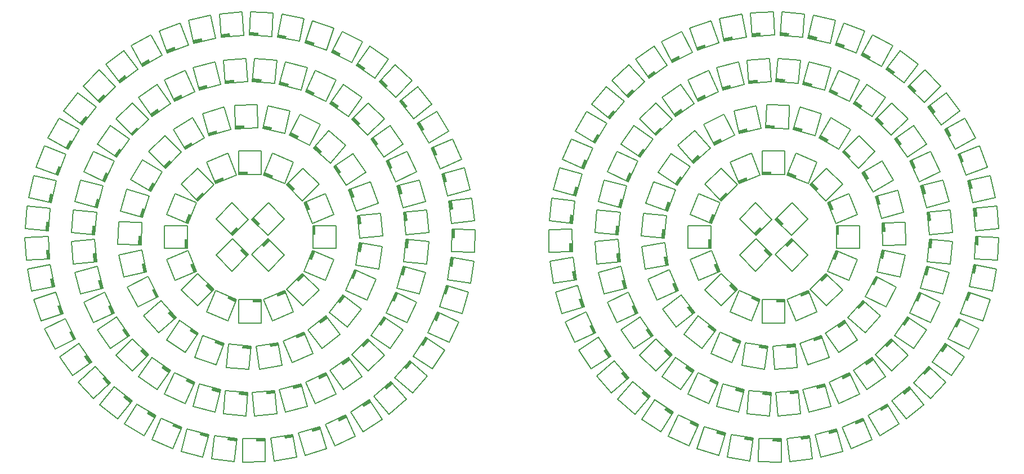
<source format=gto>
G75*
%MOIN*%
%OFA0B0*%
%FSLAX25Y25*%
%IPPOS*%
%LPD*%
%AMOC8*
5,1,8,0,0,1.08239X$1,22.5*
%
%ADD10C,0.00787*%
%ADD11R,0.05236X0.01772*%
%ADD12R,0.01772X0.05236*%
D10*
X0174726Y0137601D02*
X0188013Y0135970D01*
X0189692Y0149647D01*
X0176406Y0151278D01*
X0174726Y0137601D01*
X0169601Y0138598D02*
X0173167Y0151908D01*
X0160238Y0155372D01*
X0156671Y0142062D01*
X0169601Y0138598D01*
X0151734Y0143762D02*
X0157118Y0156446D01*
X0144797Y0161677D01*
X0139412Y0148992D01*
X0151734Y0143762D01*
X0134760Y0151363D02*
X0141857Y0163174D01*
X0130383Y0170068D01*
X0123286Y0158257D01*
X0134760Y0151363D01*
X0119009Y0161252D02*
X0127681Y0171961D01*
X0117278Y0180385D01*
X0108606Y0169676D01*
X0119009Y0161252D01*
X0104787Y0173237D02*
X0114865Y0182635D01*
X0105736Y0192424D01*
X0095658Y0183027D01*
X0104787Y0173237D01*
X0092372Y0187085D02*
X0103660Y0194988D01*
X0095982Y0205953D01*
X0084695Y0198050D01*
X0092372Y0187085D01*
X0082005Y0202525D02*
X0094283Y0208781D01*
X0088206Y0220708D01*
X0075928Y0214452D01*
X0082005Y0202525D01*
X0104682Y0218222D02*
X0117170Y0224045D01*
X0111513Y0236177D01*
X0099024Y0230354D01*
X0104682Y0218222D01*
X0107221Y0213823D02*
X0114899Y0202858D01*
X0126187Y0210762D01*
X0118509Y0221727D01*
X0107221Y0213823D01*
X0118164Y0198967D02*
X0127629Y0189502D01*
X0137373Y0199245D01*
X0127908Y0208711D01*
X0118164Y0198967D01*
X0131520Y0186237D02*
X0139424Y0197524D01*
X0150389Y0189847D01*
X0142485Y0178559D01*
X0131520Y0186237D01*
X0146884Y0176019D02*
X0159016Y0170362D01*
X0164839Y0182851D01*
X0152707Y0188508D01*
X0146884Y0176019D01*
X0163789Y0168625D02*
X0176718Y0165161D01*
X0180285Y0178471D01*
X0167355Y0181935D01*
X0163789Y0168625D01*
X0181721Y0164279D02*
X0195055Y0163112D01*
X0196256Y0176839D01*
X0182922Y0178006D01*
X0181721Y0164279D01*
X0200135Y0163112D02*
X0198934Y0176839D01*
X0212269Y0178006D01*
X0213470Y0164279D01*
X0200135Y0163112D01*
X0218472Y0165161D02*
X0231402Y0168625D01*
X0227835Y0181935D01*
X0214905Y0178471D01*
X0218472Y0165161D01*
X0222878Y0152089D02*
X0209657Y0149995D01*
X0211812Y0136385D01*
X0225033Y0138479D01*
X0222878Y0152089D01*
X0226092Y0152831D02*
X0230121Y0139654D01*
X0242922Y0143568D01*
X0238893Y0156745D01*
X0226092Y0152831D01*
X0241973Y0157927D02*
X0247797Y0145439D01*
X0259928Y0151096D01*
X0254105Y0163584D01*
X0241973Y0157927D01*
X0256990Y0165184D02*
X0264495Y0153627D01*
X0275721Y0160918D01*
X0268217Y0172474D01*
X0256990Y0165184D01*
X0248306Y0176019D02*
X0242483Y0188508D01*
X0230351Y0182851D01*
X0236175Y0170362D01*
X0248306Y0176019D01*
X0252705Y0178559D02*
X0263670Y0186237D01*
X0255767Y0197524D01*
X0244801Y0189847D01*
X0252705Y0178559D01*
X0267561Y0189502D02*
X0277026Y0198967D01*
X0267283Y0208711D01*
X0257818Y0199245D01*
X0267561Y0189502D01*
X0280954Y0183242D02*
X0289994Y0172842D01*
X0279891Y0164060D01*
X0270851Y0174460D01*
X0280954Y0183242D01*
X0283287Y0185575D02*
X0293686Y0176534D01*
X0302468Y0186637D01*
X0292068Y0195677D01*
X0283287Y0185575D01*
X0294054Y0198312D02*
X0305610Y0190807D01*
X0312901Y0202033D01*
X0301344Y0209538D01*
X0294054Y0198312D01*
X0280291Y0202858D02*
X0287969Y0213823D01*
X0276682Y0221727D01*
X0269004Y0210762D01*
X0280291Y0202858D01*
X0290509Y0218222D02*
X0296166Y0230354D01*
X0283677Y0236177D01*
X0278020Y0224045D01*
X0290509Y0218222D01*
X0302944Y0212423D02*
X0315432Y0206600D01*
X0321089Y0218732D01*
X0308601Y0224555D01*
X0302944Y0212423D01*
X0309783Y0227635D02*
X0322961Y0223606D01*
X0326874Y0236407D01*
X0313697Y0240436D01*
X0309783Y0227635D01*
X0297903Y0235127D02*
X0301368Y0248056D01*
X0288058Y0251623D01*
X0284593Y0238693D01*
X0297903Y0235127D01*
X0314439Y0243650D02*
X0328049Y0241495D01*
X0330143Y0254716D01*
X0316533Y0256872D01*
X0314439Y0243650D01*
X0302250Y0253059D02*
X0303416Y0266393D01*
X0289689Y0267594D01*
X0288522Y0254259D01*
X0302250Y0253059D01*
X0316820Y0260158D02*
X0330598Y0259918D01*
X0330831Y0273301D01*
X0317054Y0273542D01*
X0316820Y0260158D01*
X0303416Y0271473D02*
X0302250Y0284808D01*
X0288522Y0283607D01*
X0289689Y0270272D01*
X0303416Y0271473D01*
X0316881Y0276836D02*
X0330558Y0278516D01*
X0328927Y0291802D01*
X0315250Y0290122D01*
X0316881Y0276836D01*
X0301368Y0289810D02*
X0297903Y0302740D01*
X0284593Y0299173D01*
X0288058Y0286243D01*
X0301368Y0289810D01*
X0314621Y0293361D02*
X0327931Y0296927D01*
X0324466Y0309857D01*
X0311156Y0306291D01*
X0314621Y0293361D01*
X0296166Y0307513D02*
X0290509Y0319644D01*
X0278020Y0313821D01*
X0283677Y0301689D01*
X0296166Y0307513D01*
X0310082Y0309410D02*
X0322766Y0314794D01*
X0317536Y0327116D01*
X0304852Y0321732D01*
X0310082Y0309410D01*
X0287969Y0324043D02*
X0280291Y0335008D01*
X0269004Y0327104D01*
X0276682Y0316139D01*
X0287969Y0324043D01*
X0296460Y0336145D02*
X0303354Y0324671D01*
X0315165Y0331768D01*
X0308271Y0343242D01*
X0296460Y0336145D01*
X0294567Y0338848D02*
X0305276Y0347519D01*
X0296852Y0357922D01*
X0286143Y0349250D01*
X0294567Y0338848D01*
X0283894Y0351663D02*
X0293291Y0361741D01*
X0283501Y0370870D01*
X0274104Y0360792D01*
X0283894Y0351663D01*
X0277026Y0338899D02*
X0267561Y0348364D01*
X0257818Y0338621D01*
X0267283Y0329155D01*
X0277026Y0338899D01*
X0263670Y0351629D02*
X0252705Y0359307D01*
X0244801Y0348019D01*
X0255767Y0340342D01*
X0263670Y0351629D01*
X0271540Y0362868D02*
X0279443Y0374156D01*
X0268478Y0381834D01*
X0260575Y0370546D01*
X0271540Y0362868D01*
X0257747Y0372245D02*
X0264003Y0384523D01*
X0252076Y0390600D01*
X0245820Y0378322D01*
X0257747Y0372245D01*
X0248306Y0361847D02*
X0236175Y0367504D01*
X0230351Y0355015D01*
X0242483Y0349358D01*
X0248306Y0361847D01*
X0231402Y0369241D02*
X0227835Y0355931D01*
X0214905Y0359395D01*
X0218472Y0372705D01*
X0231402Y0369241D01*
X0230127Y0383969D02*
X0242783Y0379611D01*
X0247269Y0392640D01*
X0234613Y0396998D01*
X0230127Y0383969D01*
X0226940Y0384823D02*
X0229569Y0398350D01*
X0216429Y0400904D01*
X0213800Y0387377D01*
X0226940Y0384823D01*
X0213470Y0373588D02*
X0200135Y0374754D01*
X0198934Y0361027D01*
X0212269Y0359860D01*
X0213470Y0373588D01*
X0210526Y0387779D02*
X0197158Y0388480D01*
X0197879Y0402241D01*
X0211247Y0401540D01*
X0210526Y0387779D01*
X0193860Y0388422D02*
X0192659Y0402150D01*
X0179324Y0400983D01*
X0180525Y0387256D01*
X0193860Y0388422D01*
X0195055Y0374754D02*
X0181721Y0373588D01*
X0182922Y0359860D01*
X0196256Y0361027D01*
X0195055Y0374754D01*
X0176718Y0372705D02*
X0163789Y0369241D01*
X0167355Y0355931D01*
X0180285Y0359395D01*
X0176718Y0372705D01*
X0177266Y0386740D02*
X0164224Y0383729D01*
X0161124Y0397155D01*
X0174167Y0400166D01*
X0177266Y0386740D01*
X0161069Y0382764D02*
X0156130Y0395628D01*
X0143634Y0390831D01*
X0148572Y0377967D01*
X0161069Y0382764D01*
X0145582Y0376573D02*
X0138901Y0388625D01*
X0127194Y0382135D01*
X0133874Y0370083D01*
X0145582Y0376573D01*
X0146884Y0361847D02*
X0159016Y0367504D01*
X0164839Y0355015D01*
X0152707Y0349358D01*
X0146884Y0361847D01*
X0142485Y0359307D02*
X0131520Y0351629D01*
X0139424Y0340342D01*
X0150389Y0348019D01*
X0142485Y0359307D01*
X0131108Y0368286D02*
X0122815Y0379291D01*
X0112124Y0371235D01*
X0120417Y0360230D01*
X0131108Y0368286D01*
X0117927Y0358066D02*
X0108184Y0367810D01*
X0098719Y0358344D01*
X0108462Y0348601D01*
X0117927Y0358066D01*
X0127629Y0348364D02*
X0118164Y0338899D01*
X0127908Y0329155D01*
X0137373Y0338621D01*
X0127629Y0348364D01*
X0114899Y0335008D02*
X0107221Y0324043D01*
X0118509Y0316139D01*
X0126187Y0327104D01*
X0114899Y0335008D01*
X0106298Y0346111D02*
X0095293Y0354404D01*
X0087237Y0343713D01*
X0098242Y0335421D01*
X0106298Y0346111D01*
X0096445Y0332654D02*
X0084393Y0339334D01*
X0077904Y0327627D01*
X0089956Y0320946D01*
X0096445Y0332654D01*
X0088561Y0317956D02*
X0075697Y0322894D01*
X0070900Y0310398D01*
X0083764Y0305460D01*
X0088561Y0317956D01*
X0099024Y0307513D02*
X0104682Y0319644D01*
X0117170Y0313821D01*
X0111513Y0301689D01*
X0099024Y0307513D01*
X0097287Y0302740D02*
X0093823Y0289810D01*
X0107133Y0286243D01*
X0110597Y0299173D01*
X0097287Y0302740D01*
X0082800Y0302305D02*
X0069373Y0305404D01*
X0066362Y0292362D01*
X0079789Y0289262D01*
X0082800Y0302305D01*
X0079272Y0286003D02*
X0065545Y0287204D01*
X0064379Y0273870D01*
X0078106Y0272669D01*
X0079272Y0286003D01*
X0092941Y0284808D02*
X0091774Y0271473D01*
X0105501Y0270272D01*
X0106668Y0283607D01*
X0092941Y0284808D01*
X0091774Y0266393D02*
X0105501Y0267594D01*
X0106668Y0254259D01*
X0092941Y0253059D01*
X0091774Y0266393D01*
X0078048Y0269370D02*
X0078749Y0256002D01*
X0064988Y0255281D01*
X0064288Y0268649D01*
X0078048Y0269370D01*
X0079151Y0252728D02*
X0065624Y0250099D01*
X0068179Y0236959D01*
X0081705Y0239588D01*
X0079151Y0252728D01*
X0093823Y0248056D02*
X0097287Y0235127D01*
X0110597Y0238693D01*
X0107133Y0251623D01*
X0093823Y0248056D01*
X0082559Y0236401D02*
X0069530Y0231915D01*
X0073888Y0219259D01*
X0086917Y0223745D01*
X0082559Y0236401D01*
X0122797Y0245356D02*
X0136245Y0248362D01*
X0133325Y0261425D01*
X0119877Y0258419D01*
X0122797Y0245356D01*
X0124934Y0239422D02*
X0131011Y0227495D01*
X0143288Y0233751D01*
X0137211Y0245678D01*
X0124934Y0239422D01*
X0134556Y0222279D02*
X0144892Y0231391D01*
X0153744Y0221350D01*
X0143408Y0212238D01*
X0134556Y0222279D01*
X0148138Y0208067D02*
X0159210Y0200543D01*
X0166955Y0211940D01*
X0155884Y0219464D01*
X0148138Y0208067D01*
X0164829Y0197680D02*
X0177423Y0193146D01*
X0182091Y0206111D01*
X0169497Y0210645D01*
X0164829Y0197680D01*
X0183578Y0191770D02*
X0196905Y0190510D01*
X0198202Y0204229D01*
X0184875Y0205488D01*
X0183578Y0191770D01*
X0203208Y0190708D02*
X0201053Y0204318D01*
X0214274Y0206412D01*
X0216429Y0192802D01*
X0203208Y0190708D01*
X0222486Y0194562D02*
X0234771Y0199878D01*
X0229298Y0212524D01*
X0217013Y0207208D01*
X0222486Y0194562D01*
X0240199Y0203088D02*
X0250776Y0211293D01*
X0242330Y0222181D01*
X0231754Y0213976D01*
X0240199Y0203088D01*
X0255236Y0215752D02*
X0263440Y0226329D01*
X0252552Y0234775D01*
X0244348Y0224198D01*
X0255236Y0215752D01*
X0266650Y0231758D02*
X0271966Y0244042D01*
X0259320Y0249515D01*
X0254004Y0237230D01*
X0266650Y0231758D01*
X0273726Y0250099D02*
X0275820Y0263320D01*
X0262210Y0265475D01*
X0260116Y0252254D01*
X0273726Y0250099D01*
X0247172Y0255642D02*
X0234442Y0260915D01*
X0229319Y0248548D01*
X0242050Y0243275D01*
X0247172Y0255642D01*
X0248485Y0262240D02*
X0248485Y0275626D01*
X0234705Y0275626D01*
X0234705Y0262240D01*
X0248485Y0262240D01*
X0262300Y0268327D02*
X0276018Y0269623D01*
X0274758Y0282950D01*
X0261040Y0281653D01*
X0262300Y0268327D01*
X0247172Y0282224D02*
X0242050Y0294591D01*
X0229319Y0289318D01*
X0234442Y0276951D01*
X0247172Y0282224D01*
X0260418Y0284437D02*
X0273382Y0289105D01*
X0268848Y0301699D01*
X0255883Y0297032D01*
X0260418Y0284437D01*
X0254588Y0299573D02*
X0265985Y0307319D01*
X0258461Y0318390D01*
X0247064Y0310644D01*
X0254588Y0299573D01*
X0238312Y0300185D02*
X0228847Y0309650D01*
X0219103Y0299907D01*
X0228569Y0290441D01*
X0238312Y0300185D01*
X0245178Y0312784D02*
X0254290Y0323120D01*
X0244249Y0331973D01*
X0235137Y0321636D01*
X0245178Y0312784D01*
X0232777Y0323240D02*
X0239033Y0335518D01*
X0227106Y0341595D01*
X0220851Y0329317D01*
X0232777Y0323240D01*
X0223253Y0313388D02*
X0210886Y0318510D01*
X0205613Y0305780D01*
X0217980Y0300657D01*
X0223253Y0313388D01*
X0204288Y0319823D02*
X0204288Y0306043D01*
X0190902Y0306043D01*
X0190902Y0319823D01*
X0204288Y0319823D01*
X0205103Y0333203D02*
X0218167Y0330283D01*
X0221173Y0343731D01*
X0208109Y0346651D01*
X0205103Y0333203D01*
X0202263Y0333472D02*
X0201830Y0347245D01*
X0188451Y0346824D01*
X0188884Y0333051D01*
X0202263Y0333472D01*
X0186066Y0332605D02*
X0182222Y0345837D01*
X0169368Y0342103D01*
X0173212Y0328871D01*
X0186066Y0332605D01*
X0170594Y0327738D02*
X0163580Y0339598D01*
X0152058Y0332784D01*
X0159072Y0320924D01*
X0170594Y0327738D01*
X0171937Y0313388D02*
X0184304Y0318510D01*
X0189577Y0305780D01*
X0177210Y0300657D01*
X0171937Y0313388D01*
X0166343Y0309650D02*
X0156878Y0300185D01*
X0166622Y0290441D01*
X0176087Y0299907D01*
X0166343Y0309650D01*
X0156818Y0319175D02*
X0147075Y0328919D01*
X0137609Y0319454D01*
X0147353Y0309710D01*
X0156818Y0319175D01*
X0145605Y0307456D02*
X0133744Y0314470D01*
X0126930Y0302949D01*
X0138791Y0295934D01*
X0145605Y0307456D01*
X0153140Y0294591D02*
X0148018Y0282224D01*
X0160748Y0276951D01*
X0165871Y0289318D01*
X0153140Y0294591D01*
X0137658Y0293316D02*
X0133923Y0280462D01*
X0120691Y0284306D01*
X0124425Y0297161D01*
X0137658Y0293316D01*
X0133477Y0277644D02*
X0119704Y0278077D01*
X0119284Y0264698D01*
X0133056Y0264265D01*
X0133477Y0277644D01*
X0146705Y0275626D02*
X0146705Y0262240D01*
X0160485Y0262240D01*
X0160485Y0275626D01*
X0146705Y0275626D01*
X0148018Y0255642D02*
X0160748Y0260915D01*
X0165871Y0248548D01*
X0153140Y0243275D01*
X0148018Y0255642D01*
X0156878Y0237681D02*
X0166622Y0247425D01*
X0176087Y0237960D01*
X0166343Y0228216D01*
X0156878Y0237681D01*
X0171937Y0224478D02*
X0184304Y0219356D01*
X0189577Y0232086D01*
X0177210Y0237209D01*
X0171937Y0224478D01*
X0190902Y0218043D02*
X0204288Y0218043D01*
X0204288Y0231823D01*
X0190902Y0231823D01*
X0190902Y0218043D01*
X0210886Y0219356D02*
X0223253Y0224478D01*
X0217980Y0237209D01*
X0205613Y0232086D01*
X0210886Y0219356D01*
X0228847Y0228216D02*
X0238312Y0237681D01*
X0228569Y0247425D01*
X0219103Y0237960D01*
X0228847Y0228216D01*
X0208341Y0248722D02*
X0217806Y0258187D01*
X0208063Y0267931D01*
X0198597Y0258466D01*
X0208341Y0248722D01*
X0196593Y0258466D02*
X0186849Y0248722D01*
X0177384Y0258187D01*
X0187128Y0267931D01*
X0196593Y0258466D01*
X0187128Y0269935D02*
X0177384Y0279679D01*
X0186849Y0289144D01*
X0196593Y0279400D01*
X0187128Y0269935D01*
X0198597Y0279400D02*
X0208341Y0289144D01*
X0217806Y0279679D01*
X0208063Y0269935D01*
X0198597Y0279400D01*
X0374359Y0273301D02*
X0374592Y0259918D01*
X0388370Y0260158D01*
X0388136Y0273542D01*
X0374359Y0273301D01*
X0374632Y0278516D02*
X0388309Y0276836D01*
X0389940Y0290122D01*
X0376263Y0291802D01*
X0374632Y0278516D01*
X0377260Y0296927D02*
X0390570Y0293361D01*
X0394034Y0306291D01*
X0380724Y0309857D01*
X0377260Y0296927D01*
X0382424Y0314794D02*
X0395108Y0309410D01*
X0400339Y0321732D01*
X0387654Y0327116D01*
X0382424Y0314794D01*
X0390025Y0331768D02*
X0401836Y0324671D01*
X0408731Y0336145D01*
X0396919Y0343242D01*
X0390025Y0331768D01*
X0399914Y0347519D02*
X0410623Y0338848D01*
X0419047Y0349250D01*
X0408338Y0357922D01*
X0399914Y0347519D01*
X0411899Y0361741D02*
X0421297Y0351663D01*
X0431087Y0360792D01*
X0421689Y0370870D01*
X0411899Y0361741D01*
X0425747Y0374156D02*
X0433650Y0362868D01*
X0444615Y0370546D01*
X0436712Y0381834D01*
X0425747Y0374156D01*
X0441188Y0384523D02*
X0447443Y0372245D01*
X0459370Y0378322D01*
X0453114Y0390600D01*
X0441188Y0384523D01*
X0457921Y0392640D02*
X0462407Y0379611D01*
X0475064Y0383969D01*
X0470577Y0396998D01*
X0457921Y0392640D01*
X0475621Y0398350D02*
X0478250Y0384823D01*
X0491390Y0387377D01*
X0488761Y0400904D01*
X0475621Y0398350D01*
X0493943Y0401540D02*
X0494665Y0387779D01*
X0508032Y0388480D01*
X0507311Y0402241D01*
X0493943Y0401540D01*
X0512532Y0402150D02*
X0511331Y0388422D01*
X0524666Y0387256D01*
X0525866Y0400983D01*
X0512532Y0402150D01*
X0531024Y0400166D02*
X0527924Y0386740D01*
X0540967Y0383729D01*
X0544066Y0397155D01*
X0531024Y0400166D01*
X0549060Y0395628D02*
X0544122Y0382764D01*
X0556618Y0377967D01*
X0561557Y0390831D01*
X0549060Y0395628D01*
X0566289Y0388625D02*
X0559608Y0376573D01*
X0571316Y0370083D01*
X0577996Y0382135D01*
X0566289Y0388625D01*
X0582375Y0379291D02*
X0574083Y0368286D01*
X0584773Y0360230D01*
X0593066Y0371235D01*
X0582375Y0379291D01*
X0597007Y0367810D02*
X0587263Y0358066D01*
X0596728Y0348601D01*
X0606472Y0358344D01*
X0597007Y0367810D01*
X0609897Y0354404D02*
X0598893Y0346111D01*
X0606948Y0335421D01*
X0617953Y0343713D01*
X0609897Y0354404D01*
X0620797Y0339334D02*
X0608745Y0332654D01*
X0615235Y0320946D01*
X0627287Y0327627D01*
X0620797Y0339334D01*
X0629493Y0322894D02*
X0616629Y0317956D01*
X0621426Y0305460D01*
X0634290Y0310398D01*
X0629493Y0322894D01*
X0635817Y0305404D02*
X0622391Y0302305D01*
X0625402Y0289262D01*
X0638828Y0292362D01*
X0635817Y0305404D01*
X0607903Y0302740D02*
X0611368Y0289810D01*
X0598058Y0286243D01*
X0594593Y0299173D01*
X0607903Y0302740D01*
X0606166Y0307513D02*
X0600509Y0319644D01*
X0588020Y0313821D01*
X0593677Y0301689D01*
X0606166Y0307513D01*
X0597969Y0324043D02*
X0586682Y0316139D01*
X0579004Y0327104D01*
X0590291Y0335008D01*
X0597969Y0324043D01*
X0587026Y0338899D02*
X0577283Y0329155D01*
X0567818Y0338621D01*
X0577561Y0348364D01*
X0587026Y0338899D01*
X0573670Y0351629D02*
X0562705Y0359307D01*
X0554801Y0348019D01*
X0565767Y0340342D01*
X0573670Y0351629D01*
X0558306Y0361847D02*
X0546175Y0367504D01*
X0540351Y0355015D01*
X0552483Y0349358D01*
X0558306Y0361847D01*
X0541402Y0369241D02*
X0528472Y0372705D01*
X0524905Y0359395D01*
X0537835Y0355931D01*
X0541402Y0369241D01*
X0523470Y0373588D02*
X0522269Y0359860D01*
X0508934Y0361027D01*
X0510135Y0374754D01*
X0523470Y0373588D01*
X0505055Y0374754D02*
X0506256Y0361027D01*
X0492922Y0359860D01*
X0491721Y0373588D01*
X0505055Y0374754D01*
X0486718Y0372705D02*
X0473789Y0369241D01*
X0477355Y0355931D01*
X0490285Y0359395D01*
X0486718Y0372705D01*
X0469016Y0367504D02*
X0456884Y0361847D01*
X0462707Y0349358D01*
X0474839Y0355015D01*
X0469016Y0367504D01*
X0452485Y0359307D02*
X0441520Y0351629D01*
X0449424Y0340342D01*
X0460389Y0348019D01*
X0452485Y0359307D01*
X0437629Y0348364D02*
X0428164Y0338899D01*
X0437908Y0329155D01*
X0447373Y0338621D01*
X0437629Y0348364D01*
X0424899Y0335008D02*
X0417221Y0324043D01*
X0428509Y0316139D01*
X0436187Y0327104D01*
X0424899Y0335008D01*
X0414682Y0319644D02*
X0409024Y0307513D01*
X0421513Y0301689D01*
X0427170Y0313821D01*
X0414682Y0319644D01*
X0407287Y0302740D02*
X0403823Y0289810D01*
X0417133Y0286243D01*
X0420597Y0299173D01*
X0407287Y0302740D01*
X0431808Y0289105D02*
X0444773Y0284437D01*
X0449307Y0297032D01*
X0436342Y0301699D01*
X0431808Y0289105D01*
X0430432Y0282950D02*
X0429172Y0269623D01*
X0442891Y0268327D01*
X0444150Y0281653D01*
X0430432Y0282950D01*
X0416668Y0283607D02*
X0402941Y0284808D01*
X0401774Y0271473D01*
X0415501Y0270272D01*
X0416668Y0283607D01*
X0415501Y0267594D02*
X0401774Y0266393D01*
X0402941Y0253059D01*
X0416668Y0254259D01*
X0415501Y0267594D01*
X0429370Y0263320D02*
X0431464Y0250099D01*
X0445074Y0252254D01*
X0442980Y0265475D01*
X0429370Y0263320D01*
X0417133Y0251623D02*
X0403823Y0248056D01*
X0407287Y0235127D01*
X0420597Y0238693D01*
X0417133Y0251623D01*
X0433224Y0244042D02*
X0438540Y0231758D01*
X0451186Y0237230D01*
X0445870Y0249515D01*
X0433224Y0244042D01*
X0421513Y0236177D02*
X0409024Y0230354D01*
X0414682Y0218222D01*
X0427170Y0224045D01*
X0421513Y0236177D01*
X0441750Y0226329D02*
X0449955Y0215752D01*
X0460843Y0224198D01*
X0452638Y0234775D01*
X0441750Y0226329D01*
X0428509Y0221727D02*
X0417221Y0213823D01*
X0424899Y0202858D01*
X0436187Y0210762D01*
X0428509Y0221727D01*
X0437908Y0208711D02*
X0428164Y0198967D01*
X0437629Y0189502D01*
X0447373Y0199245D01*
X0437908Y0208711D01*
X0449424Y0197524D02*
X0441520Y0186237D01*
X0452485Y0178559D01*
X0460389Y0189847D01*
X0449424Y0197524D01*
X0454414Y0211293D02*
X0464991Y0203088D01*
X0473437Y0213976D01*
X0462860Y0222181D01*
X0454414Y0211293D01*
X0470420Y0199878D02*
X0482705Y0194562D01*
X0488177Y0207208D01*
X0475892Y0212524D01*
X0470420Y0199878D01*
X0462707Y0188508D02*
X0456884Y0176019D01*
X0469016Y0170362D01*
X0474839Y0182851D01*
X0462707Y0188508D01*
X0477355Y0181935D02*
X0473789Y0168625D01*
X0486718Y0165161D01*
X0490285Y0178471D01*
X0477355Y0181935D01*
X0488761Y0192802D02*
X0501982Y0190708D01*
X0504137Y0204318D01*
X0490916Y0206412D01*
X0488761Y0192802D01*
X0508286Y0190510D02*
X0506989Y0204229D01*
X0520315Y0205488D01*
X0521612Y0191770D01*
X0508286Y0190510D01*
X0524905Y0178471D02*
X0528472Y0165161D01*
X0541402Y0168625D01*
X0537835Y0181935D01*
X0524905Y0178471D01*
X0522269Y0178006D02*
X0523470Y0164279D01*
X0510135Y0163112D01*
X0508934Y0176839D01*
X0522269Y0178006D01*
X0506256Y0176839D02*
X0505055Y0163112D01*
X0491721Y0164279D01*
X0492922Y0178006D01*
X0506256Y0176839D01*
X0527767Y0193146D02*
X0540361Y0197680D01*
X0535694Y0210645D01*
X0523099Y0206111D01*
X0527767Y0193146D01*
X0540351Y0182851D02*
X0546175Y0170362D01*
X0558306Y0176019D01*
X0552483Y0188508D01*
X0540351Y0182851D01*
X0554801Y0189847D02*
X0562705Y0178559D01*
X0573670Y0186237D01*
X0565767Y0197524D01*
X0554801Y0189847D01*
X0545981Y0200543D02*
X0557052Y0208067D01*
X0549307Y0219464D01*
X0538235Y0211940D01*
X0545981Y0200543D01*
X0561783Y0212238D02*
X0570635Y0222279D01*
X0560299Y0231391D01*
X0551446Y0221350D01*
X0561783Y0212238D01*
X0567818Y0199245D02*
X0577283Y0208711D01*
X0587026Y0198967D01*
X0577561Y0189502D01*
X0567818Y0199245D01*
X0579004Y0210762D02*
X0590291Y0202858D01*
X0597969Y0213823D01*
X0586682Y0221727D01*
X0579004Y0210762D01*
X0588020Y0224045D02*
X0600509Y0218222D01*
X0606166Y0230354D01*
X0593677Y0236177D01*
X0588020Y0224045D01*
X0574180Y0227495D02*
X0580257Y0239422D01*
X0567979Y0245678D01*
X0561902Y0233751D01*
X0574180Y0227495D01*
X0594593Y0238693D02*
X0607903Y0235127D01*
X0611368Y0248056D01*
X0598058Y0251623D01*
X0594593Y0238693D01*
X0582393Y0245356D02*
X0585313Y0258419D01*
X0571865Y0261425D01*
X0568945Y0248362D01*
X0582393Y0245356D01*
X0598522Y0254259D02*
X0612250Y0253059D01*
X0613416Y0266393D01*
X0599689Y0267594D01*
X0598522Y0254259D01*
X0585875Y0264151D02*
X0585548Y0277533D01*
X0571773Y0277196D01*
X0572100Y0263815D01*
X0585875Y0264151D01*
X0599689Y0270272D02*
X0613416Y0271473D01*
X0612250Y0284808D01*
X0598522Y0283607D01*
X0599689Y0270272D01*
X0584605Y0283769D02*
X0580960Y0296649D01*
X0567701Y0292897D01*
X0571346Y0280017D01*
X0584605Y0283769D01*
X0578496Y0302454D02*
X0566587Y0295523D01*
X0559853Y0307092D01*
X0571763Y0314023D01*
X0578496Y0302454D01*
X0567581Y0319454D02*
X0558116Y0328919D01*
X0548372Y0319175D01*
X0557837Y0309710D01*
X0567581Y0319454D01*
X0553132Y0332784D02*
X0546118Y0320924D01*
X0534596Y0327738D01*
X0541611Y0339598D01*
X0553132Y0332784D01*
X0535823Y0342103D02*
X0531978Y0328871D01*
X0519124Y0332605D01*
X0522968Y0345837D01*
X0535823Y0342103D01*
X0516739Y0346824D02*
X0516306Y0333051D01*
X0502927Y0333472D01*
X0503360Y0347245D01*
X0516739Y0346824D01*
X0497081Y0346651D02*
X0500087Y0333203D01*
X0487024Y0330283D01*
X0484018Y0343731D01*
X0497081Y0346651D01*
X0478084Y0341595D02*
X0466157Y0335518D01*
X0472413Y0323240D01*
X0484340Y0329317D01*
X0478084Y0341595D01*
X0460941Y0331973D02*
X0450900Y0323120D01*
X0460013Y0312784D01*
X0470053Y0321636D01*
X0460941Y0331973D01*
X0446729Y0318390D02*
X0439205Y0307319D01*
X0450602Y0299573D01*
X0458126Y0310644D01*
X0446729Y0318390D01*
X0466878Y0300185D02*
X0476622Y0290441D01*
X0486087Y0299907D01*
X0476343Y0309650D01*
X0466878Y0300185D01*
X0463140Y0294591D02*
X0458018Y0282224D01*
X0470748Y0276951D01*
X0475871Y0289318D01*
X0463140Y0294591D01*
X0487210Y0300657D02*
X0481937Y0313388D01*
X0494304Y0318510D01*
X0499577Y0305780D01*
X0487210Y0300657D01*
X0500902Y0306043D02*
X0500902Y0319823D01*
X0514288Y0319823D01*
X0514288Y0306043D01*
X0500902Y0306043D01*
X0515613Y0305780D02*
X0520886Y0318510D01*
X0533253Y0313388D01*
X0527980Y0300657D01*
X0515613Y0305780D01*
X0529103Y0299907D02*
X0538847Y0309650D01*
X0548312Y0300185D01*
X0538569Y0290441D01*
X0529103Y0299907D01*
X0539319Y0289318D02*
X0552050Y0294591D01*
X0557172Y0282224D01*
X0544442Y0276951D01*
X0539319Y0289318D01*
X0527806Y0279679D02*
X0518341Y0289144D01*
X0508597Y0279400D01*
X0518063Y0269935D01*
X0527806Y0279679D01*
X0518063Y0267931D02*
X0527806Y0258187D01*
X0518341Y0248722D01*
X0508597Y0258466D01*
X0518063Y0267931D01*
X0506593Y0279400D02*
X0496849Y0289144D01*
X0487384Y0279679D01*
X0497128Y0269935D01*
X0506593Y0279400D01*
X0497128Y0267931D02*
X0487384Y0258187D01*
X0496849Y0248722D01*
X0506593Y0258466D01*
X0497128Y0267931D01*
X0470485Y0262240D02*
X0456705Y0262240D01*
X0456705Y0275626D01*
X0470485Y0275626D01*
X0470485Y0262240D01*
X0470748Y0260915D02*
X0458018Y0255642D01*
X0463140Y0243275D01*
X0475871Y0248548D01*
X0470748Y0260915D01*
X0476622Y0247425D02*
X0466878Y0237681D01*
X0476343Y0228216D01*
X0486087Y0237960D01*
X0476622Y0247425D01*
X0487210Y0237209D02*
X0481937Y0224478D01*
X0494304Y0219356D01*
X0499577Y0232086D01*
X0487210Y0237209D01*
X0500902Y0231823D02*
X0500902Y0218043D01*
X0514288Y0218043D01*
X0514288Y0231823D01*
X0500902Y0231823D01*
X0515613Y0232086D02*
X0520886Y0219356D01*
X0533253Y0224478D01*
X0527980Y0237209D01*
X0515613Y0232086D01*
X0529103Y0237960D02*
X0538847Y0228216D01*
X0548312Y0237681D01*
X0538569Y0247425D01*
X0529103Y0237960D01*
X0539319Y0248548D02*
X0552050Y0243275D01*
X0557172Y0255642D01*
X0544442Y0260915D01*
X0539319Y0248548D01*
X0544705Y0262240D02*
X0558485Y0262240D01*
X0558485Y0275626D01*
X0544705Y0275626D01*
X0544705Y0262240D01*
X0622631Y0236401D02*
X0618273Y0223745D01*
X0631302Y0219259D01*
X0635660Y0231915D01*
X0622631Y0236401D01*
X0623485Y0239588D02*
X0637012Y0236959D01*
X0639566Y0250099D01*
X0626039Y0252728D01*
X0623485Y0239588D01*
X0626442Y0256002D02*
X0640202Y0255281D01*
X0640903Y0268649D01*
X0627142Y0269370D01*
X0626442Y0256002D01*
X0627084Y0272669D02*
X0640812Y0273870D01*
X0639645Y0287204D01*
X0625918Y0286003D01*
X0627084Y0272669D01*
X0616984Y0220708D02*
X0629262Y0214452D01*
X0623185Y0202525D01*
X0610907Y0208781D01*
X0616984Y0220708D01*
X0609208Y0205953D02*
X0620496Y0198050D01*
X0612818Y0187085D01*
X0601530Y0194988D01*
X0609208Y0205953D01*
X0599454Y0192424D02*
X0609532Y0183027D01*
X0600403Y0173237D01*
X0590325Y0182635D01*
X0599454Y0192424D01*
X0587912Y0180385D02*
X0596584Y0169676D01*
X0586181Y0161252D01*
X0577510Y0171961D01*
X0587912Y0180385D01*
X0574807Y0170068D02*
X0581904Y0158257D01*
X0570430Y0151363D01*
X0563333Y0163174D01*
X0574807Y0170068D01*
X0560394Y0161677D02*
X0565778Y0148992D01*
X0553456Y0143762D01*
X0548072Y0156446D01*
X0560394Y0161677D01*
X0544953Y0155372D02*
X0548519Y0142062D01*
X0535589Y0138598D01*
X0532023Y0151908D01*
X0544953Y0155372D01*
X0528785Y0151278D02*
X0530464Y0137601D01*
X0517178Y0135970D01*
X0515498Y0149647D01*
X0528785Y0151278D01*
X0512204Y0149474D02*
X0511963Y0135697D01*
X0498580Y0135930D01*
X0498820Y0149708D01*
X0512204Y0149474D01*
X0495534Y0149995D02*
X0493378Y0136385D01*
X0480157Y0138479D01*
X0482313Y0152089D01*
X0495534Y0149995D01*
X0479098Y0152831D02*
X0475069Y0139654D01*
X0462268Y0143568D01*
X0466297Y0156745D01*
X0479098Y0152831D01*
X0463217Y0157927D02*
X0457394Y0145439D01*
X0445262Y0151096D01*
X0451085Y0163584D01*
X0463217Y0157927D01*
X0448200Y0165184D02*
X0440695Y0153627D01*
X0429469Y0160918D01*
X0436974Y0172474D01*
X0448200Y0165184D01*
X0434339Y0174460D02*
X0425299Y0164060D01*
X0415196Y0172842D01*
X0424237Y0183242D01*
X0434339Y0174460D01*
X0421904Y0185575D02*
X0411504Y0176534D01*
X0402722Y0186637D01*
X0413122Y0195677D01*
X0421904Y0185575D01*
X0411136Y0198312D02*
X0399580Y0190807D01*
X0392290Y0202033D01*
X0403846Y0209538D01*
X0411136Y0198312D01*
X0402247Y0212423D02*
X0389758Y0206600D01*
X0384101Y0218732D01*
X0396589Y0224555D01*
X0402247Y0212423D01*
X0395407Y0227635D02*
X0382230Y0223606D01*
X0378316Y0236407D01*
X0391494Y0240436D01*
X0395407Y0227635D01*
X0390751Y0243650D02*
X0377142Y0241495D01*
X0375048Y0254716D01*
X0388657Y0256872D01*
X0390751Y0243650D01*
X0206370Y0149708D02*
X0206611Y0135930D01*
X0193227Y0135697D01*
X0192986Y0149474D01*
X0206370Y0149708D01*
D11*
G36*
X0201135Y0149616D02*
X0206370Y0149707D01*
X0206401Y0147936D01*
X0201166Y0147845D01*
X0201135Y0149616D01*
G37*
G36*
X0184495Y0150285D02*
X0189691Y0149647D01*
X0189475Y0147889D01*
X0184279Y0148527D01*
X0184495Y0150285D01*
G37*
G36*
X0168110Y0153263D02*
X0173167Y0151908D01*
X0172708Y0150197D01*
X0167651Y0151552D01*
X0168110Y0153263D01*
G37*
G36*
X0152299Y0158492D02*
X0157118Y0156447D01*
X0156425Y0154816D01*
X0151606Y0156861D01*
X0152299Y0158492D01*
G37*
G36*
X0137370Y0165870D02*
X0141857Y0163175D01*
X0140944Y0161656D01*
X0136457Y0164351D01*
X0137370Y0165870D01*
G37*
G36*
X0123613Y0175256D02*
X0127681Y0171961D01*
X0126565Y0170584D01*
X0122497Y0173879D01*
X0123613Y0175256D01*
G37*
G36*
X0111295Y0186463D02*
X0114865Y0182635D01*
X0113569Y0181427D01*
X0109999Y0185255D01*
X0111295Y0186463D01*
G37*
G36*
X0100658Y0199277D02*
X0103660Y0194989D01*
X0102208Y0193973D01*
X0099206Y0198261D01*
X0100658Y0199277D01*
G37*
G36*
X0091906Y0213446D02*
X0094282Y0208782D01*
X0092704Y0207978D01*
X0090328Y0212642D01*
X0091906Y0213446D01*
G37*
G36*
X0085213Y0228695D02*
X0086917Y0223746D01*
X0085241Y0223169D01*
X0083537Y0228118D01*
X0085213Y0228695D01*
G37*
G36*
X0080706Y0244727D02*
X0081705Y0239589D01*
X0079966Y0239251D01*
X0078967Y0244389D01*
X0080706Y0244727D01*
G37*
G36*
X0078474Y0261231D02*
X0078748Y0256003D01*
X0076980Y0255911D01*
X0076706Y0261139D01*
X0078474Y0261231D01*
G37*
G36*
X0078562Y0277884D02*
X0078106Y0272669D01*
X0076342Y0272824D01*
X0076798Y0278039D01*
X0078562Y0277884D01*
G37*
G36*
X0080966Y0294363D02*
X0079788Y0289262D01*
X0078062Y0289661D01*
X0079240Y0294762D01*
X0080966Y0294363D01*
G37*
G36*
X0085640Y0310347D02*
X0083764Y0305460D01*
X0082110Y0306095D01*
X0083986Y0310982D01*
X0085640Y0310347D01*
G37*
G36*
X0092494Y0325526D02*
X0089956Y0320947D01*
X0088406Y0321806D01*
X0090944Y0326385D01*
X0092494Y0325526D01*
G37*
G36*
X0101393Y0339602D02*
X0098243Y0335421D01*
X0096827Y0336488D01*
X0099977Y0340669D01*
X0101393Y0339602D01*
G37*
G36*
X0112164Y0352303D02*
X0108463Y0348602D01*
X0107210Y0349855D01*
X0110911Y0353556D01*
X0112164Y0352303D01*
G37*
G36*
X0124599Y0363381D02*
X0120418Y0360231D01*
X0119351Y0361647D01*
X0123532Y0364797D01*
X0124599Y0363381D01*
G37*
G36*
X0138454Y0372621D02*
X0133875Y0370083D01*
X0133016Y0371633D01*
X0137595Y0374171D01*
X0138454Y0372621D01*
G37*
G36*
X0153460Y0379843D02*
X0148573Y0377967D01*
X0147938Y0379621D01*
X0152825Y0381497D01*
X0153460Y0379843D01*
G37*
G36*
X0169325Y0384907D02*
X0164224Y0383729D01*
X0163825Y0385455D01*
X0168926Y0386633D01*
X0169325Y0384907D01*
G37*
G36*
X0185741Y0387712D02*
X0180526Y0387256D01*
X0180371Y0389020D01*
X0185586Y0389476D01*
X0185741Y0387712D01*
G37*
G36*
X0202387Y0388207D02*
X0197159Y0388481D01*
X0197251Y0390249D01*
X0202479Y0389975D01*
X0202387Y0388207D01*
G37*
G36*
X0218939Y0386378D02*
X0213801Y0387377D01*
X0214139Y0389116D01*
X0219277Y0388117D01*
X0218939Y0386378D01*
G37*
G36*
X0235077Y0382265D02*
X0230128Y0383969D01*
X0230705Y0385645D01*
X0235654Y0383941D01*
X0235077Y0382265D01*
G37*
G36*
X0250485Y0375946D02*
X0245821Y0378322D01*
X0246625Y0379900D01*
X0251289Y0377524D01*
X0250485Y0375946D01*
G37*
G36*
X0264864Y0367543D02*
X0260576Y0370545D01*
X0261592Y0371997D01*
X0265880Y0368995D01*
X0264864Y0367543D01*
G37*
G36*
X0277933Y0357221D02*
X0274105Y0360791D01*
X0275313Y0362087D01*
X0279141Y0358517D01*
X0277933Y0357221D01*
G37*
G36*
X0289439Y0345181D02*
X0286144Y0349249D01*
X0287521Y0350365D01*
X0290816Y0346297D01*
X0289439Y0345181D01*
G37*
G36*
X0299155Y0331657D02*
X0296460Y0336144D01*
X0297979Y0337057D01*
X0300674Y0332570D01*
X0299155Y0331657D01*
G37*
G36*
X0306897Y0316912D02*
X0304852Y0321731D01*
X0306483Y0322424D01*
X0308528Y0317605D01*
X0306897Y0316912D01*
G37*
G36*
X0312511Y0301233D02*
X0311156Y0306290D01*
X0312867Y0306749D01*
X0314222Y0301692D01*
X0312511Y0301233D01*
G37*
G36*
X0315888Y0284926D02*
X0315250Y0290122D01*
X0317008Y0290338D01*
X0317646Y0285142D01*
X0315888Y0284926D01*
G37*
G36*
X0316963Y0268307D02*
X0317054Y0273542D01*
X0318825Y0273511D01*
X0318734Y0268276D01*
X0316963Y0268307D01*
G37*
G36*
X0315714Y0251700D02*
X0316533Y0256871D01*
X0318282Y0256594D01*
X0317463Y0251423D01*
X0315714Y0251700D01*
G37*
G36*
X0312166Y0235429D02*
X0313697Y0240435D01*
X0315390Y0239917D01*
X0313859Y0234911D01*
X0312166Y0235429D01*
G37*
G36*
X0286703Y0246566D02*
X0288058Y0251623D01*
X0289769Y0251164D01*
X0288414Y0246107D01*
X0286703Y0246566D01*
G37*
G36*
X0281465Y0231432D02*
X0283677Y0236177D01*
X0285283Y0235428D01*
X0283071Y0230683D01*
X0281465Y0231432D01*
G37*
G36*
X0273678Y0217438D02*
X0276680Y0221726D01*
X0278132Y0220710D01*
X0275130Y0216422D01*
X0273678Y0217438D01*
G37*
G36*
X0263581Y0205009D02*
X0267282Y0208710D01*
X0268535Y0207457D01*
X0264834Y0203756D01*
X0263581Y0205009D01*
G37*
G36*
X0251478Y0194522D02*
X0255766Y0197524D01*
X0256782Y0196072D01*
X0252494Y0193070D01*
X0251478Y0194522D01*
G37*
G36*
X0237737Y0186296D02*
X0242482Y0188508D01*
X0243231Y0186902D01*
X0238486Y0184690D01*
X0237737Y0186296D01*
G37*
G36*
X0222778Y0180580D02*
X0227835Y0181935D01*
X0228294Y0180224D01*
X0223237Y0178869D01*
X0222778Y0180580D01*
G37*
G36*
X0207053Y0177549D02*
X0212268Y0178005D01*
X0212423Y0176241D01*
X0207208Y0175785D01*
X0207053Y0177549D01*
G37*
G36*
X0191041Y0177295D02*
X0196256Y0176839D01*
X0196101Y0175075D01*
X0190886Y0175531D01*
X0191041Y0177295D01*
G37*
G36*
X0175228Y0179826D02*
X0180285Y0178471D01*
X0179826Y0176760D01*
X0174769Y0178115D01*
X0175228Y0179826D01*
G37*
G36*
X0160094Y0185064D02*
X0164839Y0182852D01*
X0164090Y0181246D01*
X0159345Y0183458D01*
X0160094Y0185064D01*
G37*
G36*
X0146100Y0192850D02*
X0150388Y0189848D01*
X0149372Y0188396D01*
X0145084Y0191398D01*
X0146100Y0192850D01*
G37*
G36*
X0133671Y0202947D02*
X0137372Y0199246D01*
X0136119Y0197993D01*
X0132418Y0201694D01*
X0133671Y0202947D01*
G37*
G36*
X0123184Y0215050D02*
X0126186Y0210762D01*
X0124734Y0209746D01*
X0121732Y0214034D01*
X0123184Y0215050D01*
G37*
G36*
X0114958Y0228791D02*
X0117170Y0224046D01*
X0115564Y0223297D01*
X0113352Y0228042D01*
X0114958Y0228791D01*
G37*
G36*
X0109242Y0243751D02*
X0110597Y0238694D01*
X0108886Y0238235D01*
X0107531Y0243292D01*
X0109242Y0243751D01*
G37*
G36*
X0106211Y0259475D02*
X0106667Y0254260D01*
X0104903Y0254105D01*
X0104447Y0259320D01*
X0106211Y0259475D01*
G37*
G36*
X0105957Y0275487D02*
X0105501Y0270272D01*
X0103737Y0270427D01*
X0104193Y0275642D01*
X0105957Y0275487D01*
G37*
G36*
X0108488Y0291301D02*
X0107133Y0286244D01*
X0105422Y0286703D01*
X0106777Y0291760D01*
X0108488Y0291301D01*
G37*
G36*
X0113726Y0306434D02*
X0111514Y0301689D01*
X0109908Y0302438D01*
X0112120Y0307183D01*
X0113726Y0306434D01*
G37*
G36*
X0121512Y0320428D02*
X0118510Y0316140D01*
X0117058Y0317156D01*
X0120060Y0321444D01*
X0121512Y0320428D01*
G37*
G36*
X0131609Y0332857D02*
X0127908Y0329156D01*
X0126655Y0330409D01*
X0130356Y0334110D01*
X0131609Y0332857D01*
G37*
G36*
X0143712Y0343344D02*
X0139424Y0340342D01*
X0138408Y0341794D01*
X0142696Y0344796D01*
X0143712Y0343344D01*
G37*
G36*
X0157453Y0351570D02*
X0152708Y0349358D01*
X0151959Y0350964D01*
X0156704Y0353176D01*
X0157453Y0351570D01*
G37*
G36*
X0172413Y0357286D02*
X0167356Y0355931D01*
X0166897Y0357642D01*
X0171954Y0358997D01*
X0172413Y0357286D01*
G37*
G36*
X0188137Y0360317D02*
X0182922Y0359861D01*
X0182767Y0361625D01*
X0187982Y0362081D01*
X0188137Y0360317D01*
G37*
G36*
X0204149Y0360571D02*
X0198934Y0361027D01*
X0199089Y0362791D01*
X0204304Y0362335D01*
X0204149Y0360571D01*
G37*
G36*
X0219963Y0358041D02*
X0214906Y0359396D01*
X0215365Y0361107D01*
X0220422Y0359752D01*
X0219963Y0358041D01*
G37*
G36*
X0235096Y0352803D02*
X0230351Y0355015D01*
X0231100Y0356621D01*
X0235845Y0354409D01*
X0235096Y0352803D01*
G37*
G36*
X0249090Y0345016D02*
X0244802Y0348018D01*
X0245818Y0349470D01*
X0250106Y0346468D01*
X0249090Y0345016D01*
G37*
G36*
X0261519Y0334919D02*
X0257818Y0338620D01*
X0259071Y0339873D01*
X0262772Y0336172D01*
X0261519Y0334919D01*
G37*
G36*
X0272006Y0322816D02*
X0269004Y0327104D01*
X0270456Y0328120D01*
X0273458Y0323832D01*
X0272006Y0322816D01*
G37*
G36*
X0280233Y0309075D02*
X0278021Y0313820D01*
X0279627Y0314569D01*
X0281839Y0309824D01*
X0280233Y0309075D01*
G37*
G36*
X0285948Y0294115D02*
X0284593Y0299172D01*
X0286304Y0299631D01*
X0287659Y0294574D01*
X0285948Y0294115D01*
G37*
G36*
X0288979Y0278391D02*
X0288523Y0283606D01*
X0290287Y0283761D01*
X0290743Y0278546D01*
X0288979Y0278391D01*
G37*
G36*
X0289233Y0262379D02*
X0289689Y0267594D01*
X0291453Y0267439D01*
X0290997Y0262224D01*
X0289233Y0262379D01*
G37*
G36*
X0261391Y0260304D02*
X0262210Y0265475D01*
X0263959Y0265198D01*
X0263140Y0260027D01*
X0261391Y0260304D01*
G37*
G36*
X0257241Y0244710D02*
X0259319Y0249514D01*
X0260945Y0248810D01*
X0258867Y0244006D01*
X0257241Y0244710D01*
G37*
G36*
X0249343Y0230638D02*
X0252551Y0234774D01*
X0253951Y0233688D01*
X0250743Y0229552D01*
X0249343Y0230638D01*
G37*
G36*
X0238194Y0218972D02*
X0242330Y0222180D01*
X0243416Y0220780D01*
X0239280Y0217572D01*
X0238194Y0218972D01*
G37*
G36*
X0224493Y0210445D02*
X0229297Y0212523D01*
X0230001Y0210897D01*
X0225197Y0208819D01*
X0224493Y0210445D01*
G37*
G36*
X0209103Y0205593D02*
X0214274Y0206412D01*
X0214551Y0204663D01*
X0209380Y0203844D01*
X0209103Y0205593D01*
G37*
G36*
X0192989Y0204721D02*
X0198201Y0204228D01*
X0198035Y0202465D01*
X0192823Y0202958D01*
X0192989Y0204721D01*
G37*
G36*
X0177165Y0207884D02*
X0182091Y0206111D01*
X0181491Y0204444D01*
X0176565Y0206217D01*
X0177165Y0207884D01*
G37*
G36*
X0162625Y0214883D02*
X0166955Y0211941D01*
X0165959Y0210475D01*
X0161629Y0213417D01*
X0162625Y0214883D01*
G37*
G36*
X0150282Y0225278D02*
X0153743Y0221352D01*
X0152414Y0220180D01*
X0148953Y0224106D01*
X0150282Y0225278D01*
G37*
G36*
X0140911Y0238415D02*
X0143287Y0233751D01*
X0141709Y0232947D01*
X0139333Y0237611D01*
X0140911Y0238415D01*
G37*
G36*
X0135102Y0253471D02*
X0136244Y0248362D01*
X0134516Y0247975D01*
X0133374Y0253084D01*
X0135102Y0253471D01*
G37*
G36*
X0133220Y0269498D02*
X0133056Y0264266D01*
X0131286Y0264322D01*
X0131450Y0269554D01*
X0133220Y0269498D01*
G37*
G36*
X0135384Y0285489D02*
X0133923Y0280462D01*
X0132222Y0280957D01*
X0133683Y0285984D01*
X0135384Y0285489D01*
G37*
G36*
X0141456Y0300441D02*
X0138791Y0295935D01*
X0137266Y0296837D01*
X0139931Y0301343D01*
X0141456Y0300441D01*
G37*
G36*
X0151055Y0313412D02*
X0147354Y0309711D01*
X0146101Y0310964D01*
X0149802Y0314665D01*
X0151055Y0313412D01*
G37*
G36*
X0163579Y0323589D02*
X0159073Y0320924D01*
X0158171Y0322449D01*
X0162677Y0325114D01*
X0163579Y0323589D01*
G37*
G36*
X0178240Y0330332D02*
X0173213Y0328871D01*
X0172718Y0330572D01*
X0177745Y0332033D01*
X0178240Y0330332D01*
G37*
G36*
X0194117Y0333216D02*
X0188885Y0333052D01*
X0188829Y0334822D01*
X0194061Y0334986D01*
X0194117Y0333216D01*
G37*
G36*
X0210212Y0332062D02*
X0205103Y0333204D01*
X0205490Y0334932D01*
X0210599Y0333790D01*
X0210212Y0332062D01*
G37*
G36*
X0225516Y0326941D02*
X0220852Y0329317D01*
X0221656Y0330895D01*
X0226320Y0328519D01*
X0225516Y0326941D01*
G37*
G36*
X0239064Y0318175D02*
X0235138Y0321636D01*
X0236310Y0322965D01*
X0240236Y0319504D01*
X0239064Y0318175D01*
G37*
G36*
X0250007Y0306314D02*
X0247065Y0310644D01*
X0248531Y0311640D01*
X0251473Y0307310D01*
X0250007Y0306314D01*
G37*
G36*
X0257657Y0292105D02*
X0255884Y0297031D01*
X0257551Y0297631D01*
X0259324Y0292705D01*
X0257657Y0292105D01*
G37*
G36*
X0261533Y0276441D02*
X0261040Y0281653D01*
X0262803Y0281819D01*
X0263296Y0276607D01*
X0261533Y0276441D01*
G37*
G36*
X0231323Y0284481D02*
X0229320Y0289317D01*
X0230957Y0289995D01*
X0232960Y0285159D01*
X0231323Y0284481D01*
G37*
G36*
X0222805Y0296205D02*
X0219104Y0299906D01*
X0220357Y0301159D01*
X0224058Y0297458D01*
X0222805Y0296205D01*
G37*
G36*
X0210450Y0303776D02*
X0205614Y0305779D01*
X0206292Y0307416D01*
X0211128Y0305413D01*
X0210450Y0303776D01*
G37*
X0193520Y0306929D03*
G36*
X0182047Y0302660D02*
X0177211Y0300657D01*
X0176533Y0302294D01*
X0181369Y0304297D01*
X0182047Y0302660D01*
G37*
G36*
X0170324Y0294143D02*
X0166623Y0290442D01*
X0165370Y0291695D01*
X0169071Y0295396D01*
X0170324Y0294143D01*
G37*
G36*
X0162752Y0281788D02*
X0160749Y0276952D01*
X0159112Y0277630D01*
X0161115Y0282466D01*
X0162752Y0281788D01*
G37*
G36*
X0190830Y0273637D02*
X0187129Y0269936D01*
X0185876Y0271189D01*
X0189577Y0274890D01*
X0190830Y0273637D01*
G37*
G36*
X0202299Y0275699D02*
X0198598Y0279400D01*
X0199851Y0280653D01*
X0203552Y0276952D01*
X0202299Y0275699D01*
G37*
G36*
X0204361Y0264229D02*
X0208062Y0267930D01*
X0209315Y0266677D01*
X0205614Y0262976D01*
X0204361Y0264229D01*
G37*
G36*
X0192891Y0262168D02*
X0196592Y0258467D01*
X0195339Y0257214D01*
X0191638Y0260915D01*
X0192891Y0262168D01*
G37*
G36*
X0172385Y0241661D02*
X0176086Y0237960D01*
X0174833Y0236707D01*
X0171132Y0240408D01*
X0172385Y0241661D01*
G37*
G36*
X0163868Y0253385D02*
X0165871Y0248549D01*
X0164234Y0247871D01*
X0162231Y0252707D01*
X0163868Y0253385D01*
G37*
G36*
X0184740Y0234090D02*
X0189576Y0232087D01*
X0188898Y0230450D01*
X0184062Y0232453D01*
X0184740Y0234090D01*
G37*
X0201670Y0230937D03*
G36*
X0213143Y0235206D02*
X0217979Y0237209D01*
X0218657Y0235572D01*
X0213821Y0233569D01*
X0213143Y0235206D01*
G37*
G36*
X0224867Y0243723D02*
X0228568Y0247424D01*
X0229821Y0246171D01*
X0226120Y0242470D01*
X0224867Y0243723D01*
G37*
G36*
X0232438Y0256078D02*
X0234441Y0260914D01*
X0236078Y0260236D01*
X0234075Y0255400D01*
X0232438Y0256078D01*
G37*
G36*
X0306388Y0219810D02*
X0308600Y0224555D01*
X0310206Y0223806D01*
X0307994Y0219061D01*
X0306388Y0219810D01*
G37*
G36*
X0298493Y0205147D02*
X0301343Y0209538D01*
X0302829Y0208573D01*
X0299979Y0204182D01*
X0298493Y0205147D01*
G37*
G36*
X0288633Y0191726D02*
X0292067Y0195677D01*
X0293405Y0194514D01*
X0289971Y0190563D01*
X0288633Y0191726D01*
G37*
G36*
X0277002Y0179808D02*
X0280953Y0183242D01*
X0282116Y0181904D01*
X0278165Y0178470D01*
X0277002Y0179808D01*
G37*
G36*
X0263825Y0169624D02*
X0268216Y0172474D01*
X0269181Y0170988D01*
X0264790Y0168138D01*
X0263825Y0169624D01*
G37*
G36*
X0249359Y0161372D02*
X0254104Y0163584D01*
X0254853Y0161978D01*
X0250108Y0159766D01*
X0249359Y0161372D01*
G37*
G36*
X0233886Y0155214D02*
X0238892Y0156745D01*
X0239410Y0155052D01*
X0234404Y0153521D01*
X0233886Y0155214D01*
G37*
G36*
X0217706Y0151270D02*
X0222877Y0152089D01*
X0223154Y0150340D01*
X0217983Y0149521D01*
X0217706Y0151270D01*
G37*
G36*
X0389932Y0248822D02*
X0390751Y0243651D01*
X0389002Y0243374D01*
X0388183Y0248545D01*
X0389932Y0248822D01*
G37*
G36*
X0388278Y0265393D02*
X0388369Y0260158D01*
X0386598Y0260127D01*
X0386507Y0265362D01*
X0388278Y0265393D01*
G37*
G36*
X0388947Y0282033D02*
X0388309Y0276837D01*
X0386551Y0277053D01*
X0387189Y0282249D01*
X0388947Y0282033D01*
G37*
G36*
X0391925Y0298418D02*
X0390570Y0293361D01*
X0388859Y0293820D01*
X0390214Y0298877D01*
X0391925Y0298418D01*
G37*
G36*
X0397154Y0314229D02*
X0395109Y0309410D01*
X0393478Y0310103D01*
X0395523Y0314922D01*
X0397154Y0314229D01*
G37*
G36*
X0404532Y0329159D02*
X0401837Y0324672D01*
X0400318Y0325585D01*
X0403013Y0330072D01*
X0404532Y0329159D01*
G37*
G36*
X0413918Y0342916D02*
X0410623Y0338848D01*
X0409246Y0339964D01*
X0412541Y0344032D01*
X0413918Y0342916D01*
G37*
G36*
X0425125Y0355233D02*
X0421297Y0351663D01*
X0420089Y0352959D01*
X0423917Y0356529D01*
X0425125Y0355233D01*
G37*
G36*
X0437939Y0365871D02*
X0433651Y0362869D01*
X0432635Y0364321D01*
X0436923Y0367323D01*
X0437939Y0365871D01*
G37*
G36*
X0452108Y0374622D02*
X0447444Y0372246D01*
X0446640Y0373824D01*
X0451304Y0376200D01*
X0452108Y0374622D01*
G37*
G36*
X0467357Y0381315D02*
X0462408Y0379611D01*
X0461831Y0381287D01*
X0466780Y0382991D01*
X0467357Y0381315D01*
G37*
G36*
X0483389Y0385822D02*
X0478251Y0384823D01*
X0477913Y0386562D01*
X0483051Y0387561D01*
X0483389Y0385822D01*
G37*
G36*
X0499893Y0388054D02*
X0494665Y0387780D01*
X0494573Y0389548D01*
X0499801Y0389822D01*
X0499893Y0388054D01*
G37*
G36*
X0516546Y0387967D02*
X0511331Y0388423D01*
X0511486Y0390187D01*
X0516701Y0389731D01*
X0516546Y0387967D01*
G37*
G36*
X0533025Y0385562D02*
X0527924Y0386740D01*
X0528323Y0388466D01*
X0533424Y0387288D01*
X0533025Y0385562D01*
G37*
G36*
X0549009Y0380888D02*
X0544122Y0382764D01*
X0544757Y0384418D01*
X0549644Y0382542D01*
X0549009Y0380888D01*
G37*
G36*
X0564188Y0374034D02*
X0559609Y0376572D01*
X0560468Y0378122D01*
X0565047Y0375584D01*
X0564188Y0374034D01*
G37*
G36*
X0578264Y0365135D02*
X0574083Y0368285D01*
X0575150Y0369701D01*
X0579331Y0366551D01*
X0578264Y0365135D01*
G37*
G36*
X0590965Y0354364D02*
X0587264Y0358065D01*
X0588517Y0359318D01*
X0592218Y0355617D01*
X0590965Y0354364D01*
G37*
G36*
X0602043Y0341929D02*
X0598893Y0346110D01*
X0600309Y0347177D01*
X0603459Y0342996D01*
X0602043Y0341929D01*
G37*
G36*
X0611283Y0328074D02*
X0608745Y0332653D01*
X0610295Y0333512D01*
X0612833Y0328933D01*
X0611283Y0328074D01*
G37*
G36*
X0618505Y0313069D02*
X0616629Y0317956D01*
X0618283Y0318591D01*
X0620159Y0313704D01*
X0618505Y0313069D01*
G37*
G36*
X0623569Y0297203D02*
X0622391Y0302304D01*
X0624117Y0302703D01*
X0625295Y0297602D01*
X0623569Y0297203D01*
G37*
G36*
X0626374Y0280787D02*
X0625918Y0286002D01*
X0627682Y0286157D01*
X0628138Y0280942D01*
X0626374Y0280787D01*
G37*
G36*
X0626869Y0264141D02*
X0627143Y0269369D01*
X0628911Y0269277D01*
X0628637Y0264049D01*
X0626869Y0264141D01*
G37*
G36*
X0625040Y0247589D02*
X0626039Y0252727D01*
X0627778Y0252389D01*
X0626779Y0247251D01*
X0625040Y0247589D01*
G37*
G36*
X0620927Y0231452D02*
X0622631Y0236401D01*
X0624307Y0235824D01*
X0622603Y0230875D01*
X0620927Y0231452D01*
G37*
G36*
X0614608Y0216043D02*
X0616984Y0220707D01*
X0618562Y0219903D01*
X0616186Y0215239D01*
X0614608Y0216043D01*
G37*
G36*
X0606205Y0201665D02*
X0609207Y0205953D01*
X0610659Y0204937D01*
X0607657Y0200649D01*
X0606205Y0201665D01*
G37*
G36*
X0595884Y0188596D02*
X0599454Y0192424D01*
X0600750Y0191216D01*
X0597180Y0187388D01*
X0595884Y0188596D01*
G37*
G36*
X0583843Y0177090D02*
X0587911Y0180385D01*
X0589027Y0179008D01*
X0584959Y0175713D01*
X0583843Y0177090D01*
G37*
G36*
X0570319Y0167373D02*
X0574806Y0170068D01*
X0575719Y0168549D01*
X0571232Y0165854D01*
X0570319Y0167373D01*
G37*
G36*
X0555574Y0159631D02*
X0560393Y0161676D01*
X0561086Y0160045D01*
X0556267Y0158000D01*
X0555574Y0159631D01*
G37*
G36*
X0539895Y0154017D02*
X0544952Y0155372D01*
X0545411Y0153661D01*
X0540354Y0152306D01*
X0539895Y0154017D01*
G37*
G36*
X0523588Y0150640D02*
X0528784Y0151278D01*
X0529000Y0149520D01*
X0523804Y0148882D01*
X0523588Y0150640D01*
G37*
G36*
X0506969Y0149565D02*
X0512204Y0149474D01*
X0512173Y0147703D01*
X0506938Y0147794D01*
X0506969Y0149565D01*
G37*
G36*
X0490362Y0150814D02*
X0495533Y0149995D01*
X0495256Y0148246D01*
X0490085Y0149065D01*
X0490362Y0150814D01*
G37*
G36*
X0474091Y0154362D02*
X0479097Y0152831D01*
X0478579Y0151138D01*
X0473573Y0152669D01*
X0474091Y0154362D01*
G37*
G36*
X0458472Y0160140D02*
X0463217Y0157928D01*
X0462468Y0156322D01*
X0457723Y0158534D01*
X0458472Y0160140D01*
G37*
G36*
X0443809Y0168035D02*
X0448200Y0165185D01*
X0447235Y0163699D01*
X0442844Y0166549D01*
X0443809Y0168035D01*
G37*
G36*
X0430388Y0177895D02*
X0434339Y0174461D01*
X0433176Y0173123D01*
X0429225Y0176557D01*
X0430388Y0177895D01*
G37*
G36*
X0418470Y0189526D02*
X0421904Y0185575D01*
X0420566Y0184412D01*
X0417132Y0188363D01*
X0418470Y0189526D01*
G37*
G36*
X0408286Y0202703D02*
X0411136Y0198312D01*
X0409650Y0197347D01*
X0406800Y0201738D01*
X0408286Y0202703D01*
G37*
G36*
X0400034Y0217169D02*
X0402246Y0212424D01*
X0400640Y0211675D01*
X0398428Y0216420D01*
X0400034Y0217169D01*
G37*
G36*
X0393876Y0232642D02*
X0395407Y0227636D01*
X0393714Y0227118D01*
X0392183Y0232124D01*
X0393876Y0232642D01*
G37*
G36*
X0419242Y0243751D02*
X0420597Y0238694D01*
X0418886Y0238235D01*
X0417531Y0243292D01*
X0419242Y0243751D01*
G37*
G36*
X0416211Y0259475D02*
X0416667Y0254260D01*
X0414903Y0254105D01*
X0414447Y0259320D01*
X0416211Y0259475D01*
G37*
G36*
X0415957Y0275487D02*
X0415501Y0270272D01*
X0413737Y0270427D01*
X0414193Y0275642D01*
X0415957Y0275487D01*
G37*
G36*
X0418488Y0291301D02*
X0417133Y0286244D01*
X0415422Y0286703D01*
X0416777Y0291760D01*
X0418488Y0291301D01*
G37*
G36*
X0423726Y0306434D02*
X0421514Y0301689D01*
X0419908Y0302438D01*
X0422120Y0307183D01*
X0423726Y0306434D01*
G37*
G36*
X0431512Y0320428D02*
X0428510Y0316140D01*
X0427058Y0317156D01*
X0430060Y0321444D01*
X0431512Y0320428D01*
G37*
G36*
X0441609Y0332857D02*
X0437908Y0329156D01*
X0436655Y0330409D01*
X0440356Y0334110D01*
X0441609Y0332857D01*
G37*
G36*
X0453712Y0343344D02*
X0449424Y0340342D01*
X0448408Y0341794D01*
X0452696Y0344796D01*
X0453712Y0343344D01*
G37*
G36*
X0467453Y0351570D02*
X0462708Y0349358D01*
X0461959Y0350964D01*
X0466704Y0353176D01*
X0467453Y0351570D01*
G37*
G36*
X0482413Y0357286D02*
X0477356Y0355931D01*
X0476897Y0357642D01*
X0481954Y0358997D01*
X0482413Y0357286D01*
G37*
G36*
X0498137Y0360317D02*
X0492922Y0359861D01*
X0492767Y0361625D01*
X0497982Y0362081D01*
X0498137Y0360317D01*
G37*
G36*
X0514149Y0360571D02*
X0508934Y0361027D01*
X0509089Y0362791D01*
X0514304Y0362335D01*
X0514149Y0360571D01*
G37*
G36*
X0529963Y0358041D02*
X0524906Y0359396D01*
X0525365Y0361107D01*
X0530422Y0359752D01*
X0529963Y0358041D01*
G37*
G36*
X0545096Y0352803D02*
X0540351Y0355015D01*
X0541100Y0356621D01*
X0545845Y0354409D01*
X0545096Y0352803D01*
G37*
G36*
X0559090Y0345016D02*
X0554802Y0348018D01*
X0555818Y0349470D01*
X0560106Y0346468D01*
X0559090Y0345016D01*
G37*
G36*
X0571519Y0334919D02*
X0567818Y0338620D01*
X0569071Y0339873D01*
X0572772Y0336172D01*
X0571519Y0334919D01*
G37*
G36*
X0582006Y0322816D02*
X0579004Y0327104D01*
X0580456Y0328120D01*
X0583458Y0323832D01*
X0582006Y0322816D01*
G37*
G36*
X0590233Y0309075D02*
X0588021Y0313820D01*
X0589627Y0314569D01*
X0591839Y0309824D01*
X0590233Y0309075D01*
G37*
G36*
X0595948Y0294115D02*
X0594593Y0299172D01*
X0596304Y0299631D01*
X0597659Y0294574D01*
X0595948Y0294115D01*
G37*
G36*
X0598979Y0278391D02*
X0598523Y0283606D01*
X0600287Y0283761D01*
X0600743Y0278546D01*
X0598979Y0278391D01*
G37*
G36*
X0599233Y0262379D02*
X0599689Y0267594D01*
X0601453Y0267439D01*
X0600997Y0262224D01*
X0599233Y0262379D01*
G37*
G36*
X0596703Y0246566D02*
X0598058Y0251623D01*
X0599769Y0251164D01*
X0598414Y0246107D01*
X0596703Y0246566D01*
G37*
G36*
X0591465Y0231432D02*
X0593677Y0236177D01*
X0595283Y0235428D01*
X0593071Y0230683D01*
X0591465Y0231432D01*
G37*
G36*
X0583678Y0217438D02*
X0586680Y0221726D01*
X0588132Y0220710D01*
X0585130Y0216422D01*
X0583678Y0217438D01*
G37*
G36*
X0573581Y0205009D02*
X0577282Y0208710D01*
X0578535Y0207457D01*
X0574834Y0203756D01*
X0573581Y0205009D01*
G37*
G36*
X0561478Y0194522D02*
X0565766Y0197524D01*
X0566782Y0196072D01*
X0562494Y0193070D01*
X0561478Y0194522D01*
G37*
G36*
X0547737Y0186296D02*
X0552482Y0188508D01*
X0553231Y0186902D01*
X0548486Y0184690D01*
X0547737Y0186296D01*
G37*
G36*
X0532778Y0180580D02*
X0537835Y0181935D01*
X0538294Y0180224D01*
X0533237Y0178869D01*
X0532778Y0180580D01*
G37*
G36*
X0517053Y0177549D02*
X0522268Y0178005D01*
X0522423Y0176241D01*
X0517208Y0175785D01*
X0517053Y0177549D01*
G37*
G36*
X0501041Y0177295D02*
X0506256Y0176839D01*
X0506101Y0175075D01*
X0500886Y0175531D01*
X0501041Y0177295D01*
G37*
G36*
X0485228Y0179826D02*
X0490285Y0178471D01*
X0489826Y0176760D01*
X0484769Y0178115D01*
X0485228Y0179826D01*
G37*
G36*
X0470094Y0185064D02*
X0474839Y0182852D01*
X0474090Y0181246D01*
X0469345Y0183458D01*
X0470094Y0185064D01*
G37*
G36*
X0456100Y0192850D02*
X0460388Y0189848D01*
X0459372Y0188396D01*
X0455084Y0191398D01*
X0456100Y0192850D01*
G37*
G36*
X0443671Y0202947D02*
X0447372Y0199246D01*
X0446119Y0197993D01*
X0442418Y0201694D01*
X0443671Y0202947D01*
G37*
G36*
X0433184Y0215050D02*
X0436186Y0210762D01*
X0434734Y0209746D01*
X0431732Y0214034D01*
X0433184Y0215050D01*
G37*
G36*
X0424958Y0228791D02*
X0427170Y0224046D01*
X0425564Y0223297D01*
X0423352Y0228042D01*
X0424958Y0228791D01*
G37*
G36*
X0449108Y0242035D02*
X0451186Y0237231D01*
X0449560Y0236527D01*
X0447482Y0241331D01*
X0449108Y0242035D01*
G37*
G36*
X0444255Y0257426D02*
X0445074Y0252255D01*
X0443325Y0251978D01*
X0442506Y0257149D01*
X0444255Y0257426D01*
G37*
G36*
X0443383Y0273540D02*
X0442890Y0268328D01*
X0441127Y0268494D01*
X0441620Y0273706D01*
X0443383Y0273540D01*
G37*
G36*
X0446546Y0289363D02*
X0444773Y0284437D01*
X0443106Y0285037D01*
X0444879Y0289963D01*
X0446546Y0289363D01*
G37*
G36*
X0453545Y0303904D02*
X0450603Y0299574D01*
X0449137Y0300570D01*
X0452079Y0304900D01*
X0453545Y0303904D01*
G37*
G36*
X0463940Y0316246D02*
X0460014Y0312785D01*
X0458842Y0314114D01*
X0462768Y0317575D01*
X0463940Y0316246D01*
G37*
G36*
X0477077Y0325617D02*
X0472413Y0323241D01*
X0471609Y0324819D01*
X0476273Y0327195D01*
X0477077Y0325617D01*
G37*
G36*
X0492133Y0331426D02*
X0487024Y0330284D01*
X0486637Y0332012D01*
X0491746Y0333154D01*
X0492133Y0331426D01*
G37*
G36*
X0508160Y0333308D02*
X0502928Y0333472D01*
X0502984Y0335242D01*
X0508216Y0335078D01*
X0508160Y0333308D01*
G37*
G36*
X0524151Y0331144D02*
X0519124Y0332605D01*
X0519619Y0334306D01*
X0524646Y0332845D01*
X0524151Y0331144D01*
G37*
G36*
X0539103Y0325072D02*
X0534597Y0327737D01*
X0535499Y0329262D01*
X0540005Y0326597D01*
X0539103Y0325072D01*
G37*
G36*
X0552074Y0315473D02*
X0548373Y0319174D01*
X0549626Y0320427D01*
X0553327Y0316726D01*
X0552074Y0315473D01*
G37*
G36*
X0562487Y0302567D02*
X0559854Y0307091D01*
X0561385Y0307983D01*
X0564018Y0303459D01*
X0562487Y0302567D01*
G37*
G36*
X0569128Y0287859D02*
X0567702Y0292896D01*
X0569406Y0293379D01*
X0570832Y0288342D01*
X0569128Y0287859D01*
G37*
G36*
X0571901Y0271963D02*
X0571773Y0277196D01*
X0573543Y0277239D01*
X0573671Y0272006D01*
X0571901Y0271963D01*
G37*
G36*
X0570724Y0256316D02*
X0571866Y0261425D01*
X0573594Y0261038D01*
X0572452Y0255929D01*
X0570724Y0256316D01*
G37*
G36*
X0565603Y0241013D02*
X0567979Y0245677D01*
X0569557Y0244873D01*
X0567181Y0240209D01*
X0565603Y0241013D01*
G37*
G36*
X0556837Y0227465D02*
X0560298Y0231391D01*
X0561627Y0230219D01*
X0558166Y0226293D01*
X0556837Y0227465D01*
G37*
G36*
X0544976Y0216522D02*
X0549306Y0219464D01*
X0550302Y0217998D01*
X0545972Y0215056D01*
X0544976Y0216522D01*
G37*
G36*
X0530767Y0208872D02*
X0535693Y0210645D01*
X0536293Y0208978D01*
X0531367Y0207205D01*
X0530767Y0208872D01*
G37*
G36*
X0515103Y0204995D02*
X0520315Y0205488D01*
X0520481Y0203725D01*
X0515269Y0203232D01*
X0515103Y0204995D01*
G37*
G36*
X0498966Y0205137D02*
X0504137Y0204318D01*
X0503860Y0202569D01*
X0498689Y0203388D01*
X0498966Y0205137D01*
G37*
G36*
X0483372Y0209287D02*
X0488176Y0207209D01*
X0487472Y0205583D01*
X0482668Y0207661D01*
X0483372Y0209287D01*
G37*
G36*
X0469300Y0217185D02*
X0473436Y0213977D01*
X0472350Y0212577D01*
X0468214Y0215785D01*
X0469300Y0217185D01*
G37*
G36*
X0457634Y0228335D02*
X0460842Y0224199D01*
X0459442Y0223113D01*
X0456234Y0227249D01*
X0457634Y0228335D01*
G37*
G36*
X0482385Y0241661D02*
X0486086Y0237960D01*
X0484833Y0236707D01*
X0481132Y0240408D01*
X0482385Y0241661D01*
G37*
G36*
X0473868Y0253385D02*
X0475871Y0248549D01*
X0474234Y0247871D01*
X0472231Y0252707D01*
X0473868Y0253385D01*
G37*
G36*
X0502891Y0262168D02*
X0506592Y0258467D01*
X0505339Y0257214D01*
X0501638Y0260915D01*
X0502891Y0262168D01*
G37*
G36*
X0514361Y0264229D02*
X0518062Y0267930D01*
X0519315Y0266677D01*
X0515614Y0262976D01*
X0514361Y0264229D01*
G37*
G36*
X0512299Y0275699D02*
X0508598Y0279400D01*
X0509851Y0280653D01*
X0513552Y0276952D01*
X0512299Y0275699D01*
G37*
G36*
X0500830Y0273637D02*
X0497129Y0269936D01*
X0495876Y0271189D01*
X0499577Y0274890D01*
X0500830Y0273637D01*
G37*
G36*
X0480324Y0294143D02*
X0476623Y0290442D01*
X0475370Y0291695D01*
X0479071Y0295396D01*
X0480324Y0294143D01*
G37*
G36*
X0492047Y0302660D02*
X0487211Y0300657D01*
X0486533Y0302294D01*
X0491369Y0304297D01*
X0492047Y0302660D01*
G37*
X0503520Y0306929D03*
G36*
X0520450Y0303776D02*
X0515614Y0305779D01*
X0516292Y0307416D01*
X0521128Y0305413D01*
X0520450Y0303776D01*
G37*
G36*
X0532805Y0296205D02*
X0529104Y0299906D01*
X0530357Y0301159D01*
X0534058Y0297458D01*
X0532805Y0296205D01*
G37*
G36*
X0541323Y0284481D02*
X0539320Y0289317D01*
X0540957Y0289995D01*
X0542960Y0285159D01*
X0541323Y0284481D01*
G37*
G36*
X0542438Y0256078D02*
X0544441Y0260914D01*
X0546078Y0260236D01*
X0544075Y0255400D01*
X0542438Y0256078D01*
G37*
G36*
X0534867Y0243723D02*
X0538568Y0247424D01*
X0539821Y0246171D01*
X0536120Y0242470D01*
X0534867Y0243723D01*
G37*
G36*
X0523143Y0235206D02*
X0527979Y0237209D01*
X0528657Y0235572D01*
X0523821Y0233569D01*
X0523143Y0235206D01*
G37*
X0511670Y0230937D03*
G36*
X0494740Y0234090D02*
X0499576Y0232087D01*
X0498898Y0230450D01*
X0494062Y0232453D01*
X0494740Y0234090D01*
G37*
G36*
X0472752Y0281788D02*
X0470749Y0276952D01*
X0469112Y0277630D01*
X0471115Y0282466D01*
X0472752Y0281788D01*
G37*
D12*
X0469599Y0264858D03*
X0545591Y0273008D03*
X0235591Y0273008D03*
X0159599Y0264858D03*
M02*

</source>
